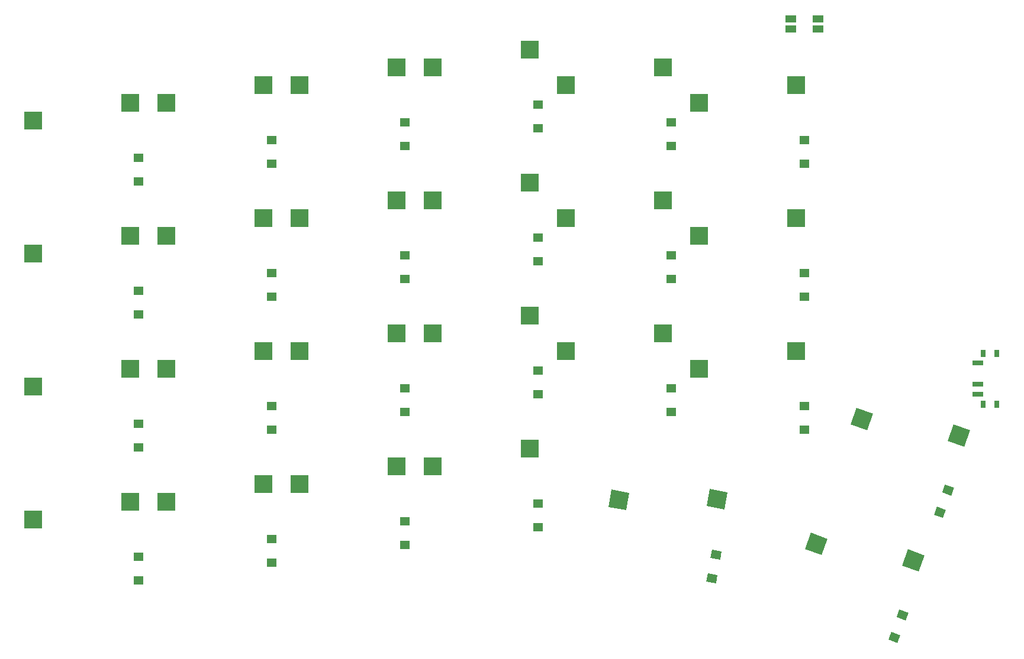
<source format=gbr>
%TF.GenerationSoftware,KiCad,Pcbnew,5.1.6-c6e7f7d~87~ubuntu20.04.1*%
%TF.CreationDate,2020-09-01T21:03:59-05:00*%
%TF.ProjectId,keaboard_rev1,6b656162-6f61-4726-945f-726576312e6b,rev?*%
%TF.SameCoordinates,Original*%
%TF.FileFunction,Paste,Bot*%
%TF.FilePolarity,Positive*%
%FSLAX46Y46*%
G04 Gerber Fmt 4.6, Leading zero omitted, Abs format (unit mm)*
G04 Created by KiCad (PCBNEW 5.1.6-c6e7f7d~87~ubuntu20.04.1) date 2020-09-01 21:03:59*
%MOMM*%
%LPD*%
G01*
G04 APERTURE LIST*
%ADD10R,2.550000X2.500000*%
%ADD11C,0.100000*%
%ADD12R,1.400000X1.200000*%
%ADD13R,1.650000X1.050000*%
%ADD14R,0.800000X1.000000*%
%ADD15R,1.500000X0.700000*%
G04 APERTURE END LIST*
D10*
%TO.C,K17*%
X123247000Y-65024000D03*
X109397000Y-67564000D03*
%TD*%
D11*
%TO.C,D25*%
G36*
X157989007Y-144260231D02*
G01*
X156673437Y-143781402D01*
X157083861Y-142653771D01*
X158399431Y-143132600D01*
X157989007Y-144260231D01*
G37*
G36*
X156826139Y-147455185D02*
G01*
X155510569Y-146976356D01*
X155920993Y-145848725D01*
X157236563Y-146327554D01*
X156826139Y-147455185D01*
G37*
%TD*%
%TO.C,D24*%
G36*
X164504490Y-126359086D02*
G01*
X163188920Y-125880257D01*
X163599344Y-124752626D01*
X164914914Y-125231455D01*
X164504490Y-126359086D01*
G37*
G36*
X163341622Y-129554040D02*
G01*
X162026052Y-129075211D01*
X162436476Y-127947580D01*
X163752046Y-128426409D01*
X163341622Y-129554040D01*
G37*
%TD*%
D12*
%TO.C,D23*%
X143517000Y-113544000D03*
X143517000Y-116944000D03*
%TD*%
%TO.C,D22*%
X143517000Y-94494000D03*
X143517000Y-97894000D03*
%TD*%
%TO.C,D21*%
X143517000Y-75444000D03*
X143517000Y-78844000D03*
%TD*%
D11*
%TO.C,D20*%
G36*
X131441589Y-135538037D02*
G01*
X130062858Y-135294930D01*
X130271235Y-134113161D01*
X131649966Y-134356268D01*
X131441589Y-135538037D01*
G37*
G36*
X130851185Y-138886383D02*
G01*
X129472454Y-138643276D01*
X129680831Y-137461507D01*
X131059562Y-137704614D01*
X130851185Y-138886383D01*
G37*
%TD*%
D12*
%TO.C,D19*%
X124467000Y-111004000D03*
X124467000Y-114404000D03*
%TD*%
%TO.C,D18*%
X124467000Y-91954000D03*
X124467000Y-95354000D03*
%TD*%
%TO.C,D17*%
X124467000Y-72904000D03*
X124467000Y-76304000D03*
%TD*%
%TO.C,D16*%
X105417000Y-127514000D03*
X105417000Y-130914000D03*
%TD*%
%TO.C,D15*%
X105417000Y-108464000D03*
X105417000Y-111864000D03*
%TD*%
%TO.C,D14*%
X105417000Y-89414000D03*
X105417000Y-92814000D03*
%TD*%
%TO.C,D13*%
X105417000Y-70364000D03*
X105417000Y-73764000D03*
%TD*%
%TO.C,D12*%
X86367000Y-130054000D03*
X86367000Y-133454000D03*
%TD*%
%TO.C,D11*%
X86367000Y-111004000D03*
X86367000Y-114404000D03*
%TD*%
%TO.C,D10*%
X86367000Y-91954000D03*
X86367000Y-95354000D03*
%TD*%
%TO.C,D09*%
X86367000Y-72904000D03*
X86367000Y-76304000D03*
%TD*%
%TO.C,D08*%
X67317000Y-132594000D03*
X67317000Y-135994000D03*
%TD*%
%TO.C,D07*%
X67317000Y-113544000D03*
X67317000Y-116944000D03*
%TD*%
%TO.C,D06*%
X67317000Y-94494000D03*
X67317000Y-97894000D03*
%TD*%
%TO.C,D05*%
X67317000Y-75444000D03*
X67317000Y-78844000D03*
%TD*%
%TO.C,D04*%
X48267000Y-135094000D03*
X48267000Y-138494000D03*
%TD*%
%TO.C,D03*%
X48267000Y-116044000D03*
X48267000Y-119444000D03*
%TD*%
%TO.C,D02*%
X48267000Y-96994000D03*
X48267000Y-100394000D03*
%TD*%
%TO.C,D01*%
X48267000Y-81344000D03*
X48267000Y-77944000D03*
%TD*%
D10*
%TO.C,K05*%
X66097000Y-67564000D03*
X52247000Y-70104000D03*
%TD*%
%TO.C,K01*%
X47047000Y-70064000D03*
X33197000Y-72604000D03*
%TD*%
D11*
%TO.C,K25*%
G36*
X157459495Y-136373498D02*
G01*
X158314545Y-134024267D01*
X160710761Y-134896418D01*
X159855711Y-137245649D01*
X157459495Y-136373498D01*
G37*
G36*
X143576021Y-134023338D02*
G01*
X144431071Y-131674107D01*
X146827287Y-132546258D01*
X145972237Y-134895489D01*
X143576021Y-134023338D01*
G37*
%TD*%
%TO.C,K24*%
G36*
X163974978Y-118472354D02*
G01*
X164830028Y-116123123D01*
X167226244Y-116995274D01*
X166371194Y-119344505D01*
X163974978Y-118472354D01*
G37*
G36*
X150091504Y-116122194D02*
G01*
X150946554Y-113772963D01*
X153342770Y-114645114D01*
X152487720Y-116994345D01*
X150091504Y-116122194D01*
G37*
%TD*%
D10*
%TO.C,K23*%
X142297000Y-105664000D03*
X128447000Y-108204000D03*
%TD*%
%TO.C,K22*%
X142297000Y-86614000D03*
X128447000Y-89154000D03*
%TD*%
%TO.C,K21*%
X142297000Y-67564000D03*
X128447000Y-70104000D03*
%TD*%
D11*
%TO.C,K20*%
G36*
X129550604Y-127863070D02*
G01*
X129984724Y-125401051D01*
X132495984Y-125843854D01*
X132061864Y-128305873D01*
X129550604Y-127863070D01*
G37*
G36*
X115469951Y-127959455D02*
G01*
X115904071Y-125497436D01*
X118415331Y-125940239D01*
X117981211Y-128402258D01*
X115469951Y-127959455D01*
G37*
%TD*%
D10*
%TO.C,K19*%
X123247000Y-103124000D03*
X109397000Y-105664000D03*
%TD*%
%TO.C,K18*%
X123247000Y-84074000D03*
X109397000Y-86614000D03*
%TD*%
%TO.C,K16*%
X104197000Y-119634000D03*
X90347000Y-122174000D03*
%TD*%
%TO.C,K15*%
X104197000Y-100584000D03*
X90347000Y-103124000D03*
%TD*%
%TO.C,K14*%
X104197000Y-81534000D03*
X90347000Y-84074000D03*
%TD*%
%TO.C,K13*%
X104197000Y-62484000D03*
X90347000Y-65024000D03*
%TD*%
%TO.C,K12*%
X85147000Y-122174000D03*
X71297000Y-124714000D03*
%TD*%
%TO.C,K11*%
X85147000Y-103124000D03*
X71297000Y-105664000D03*
%TD*%
%TO.C,K10*%
X85147000Y-84074000D03*
X71297000Y-86614000D03*
%TD*%
%TO.C,K09*%
X85147000Y-65024000D03*
X71297000Y-67564000D03*
%TD*%
%TO.C,K08*%
X66097000Y-124714000D03*
X52247000Y-127254000D03*
%TD*%
%TO.C,K07*%
X66097000Y-105664000D03*
X52247000Y-108204000D03*
%TD*%
%TO.C,K06*%
X66097000Y-86614000D03*
X52247000Y-89154000D03*
%TD*%
%TO.C,K04*%
X47047000Y-127214000D03*
X33197000Y-129754000D03*
%TD*%
%TO.C,K03*%
X47047000Y-108164000D03*
X33197000Y-110704000D03*
%TD*%
%TO.C,K02*%
X47047000Y-89114000D03*
X33197000Y-91654000D03*
%TD*%
D13*
%TO.C,SW_RST1*%
X145435000Y-59526000D03*
X145435000Y-58076000D03*
X141585000Y-58076000D03*
X141585000Y-59526000D03*
%TD*%
D14*
%TO.C,SW_PWR1*%
X169088000Y-105951000D03*
D15*
X168303000Y-107351000D03*
D14*
X171018000Y-105951000D03*
X169088000Y-113251000D03*
D15*
X168303000Y-111851000D03*
D14*
X171018000Y-113251000D03*
D15*
X168303000Y-110351000D03*
%TD*%
M02*

</source>
